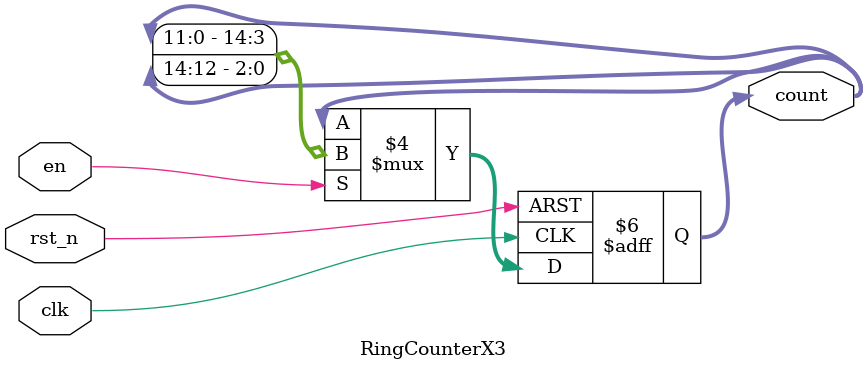
<source format=v>
`timescale 1ns / 1ps


module RingCounterX3(
//ReadReg¸¦ °è»êÇÏ´Â ReadAddressCounter ¸ðµâ¿¡ »ç¿ë
    clk, rst_n, en, 
    count
);

parameter initCount = 0; //3°³ÀÇ ReadReg ½ÃÀÛ ¼ýÀÚ¸¦ Á¦¾îÇÏ±â À§ÇÑ ÆÄ¶ó¹ÌÅÍ
parameter DATANUM = 15;

input clk, rst_n; //1bit input
input en; //1bit input
output reg [DATANUM-1:0] count; //15bit output

//clk°¡ »ó½Â¿§Áö°Å³ª rst_nÀÌ ÇÏ°­¿§ÁöÀÏ ¶§ µ¿ÀÛ
always @(posedge clk or negedge rst_n) begin
    if(!rst_n) begin //rst_nÀÌ 0ÀÏ ¶§ ÃÊ±âÈ­
        //initCount ÆÄ¶ó¹ÌÅÍ°¡ 0ÀÏ ¶§(ReadRegÀÇ ½ÃÀÛ ¼ýÀÚ°¡ 0ÀÏ ¶§) count ÃÊ±âÈ­
        if(initCount == 0) count <= 15'b100_0000_0000_0000; 
        //initCount°¡ 0ÀÌ ¾Æ´Ò ¶§ 1À» initCount - 1¸¸Å­ left shiftÇØ¼­ count ÃÊ±âÈ­
        else count <= 1 << (initCount - 1);
    end
    else begin //rst_nÀÌ 1 ¶§
        //enÀÌ 1ÀÏ ¶§, count¸¦ 3bit¾¿ left shift
        if(en) count <= {count[11:0], count[14:12]};
        else count <= count; //enÀÌ 0ÀÏ ¶§
    end
end

endmodule

</source>
